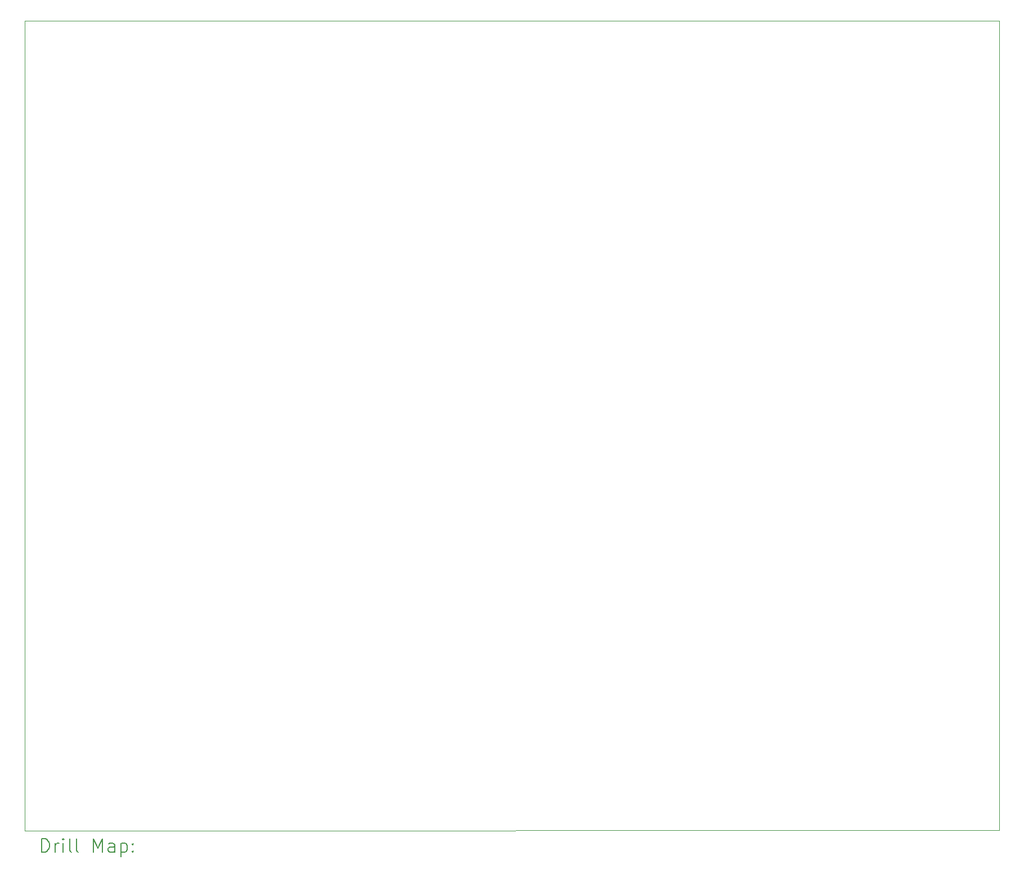
<source format=gbr>
%TF.GenerationSoftware,KiCad,Pcbnew,8.0.6*%
%TF.CreationDate,2025-01-19T09:59:38-08:00*%
%TF.ProjectId,DFboard2,4446626f-6172-4643-922e-6b696361645f,Rev0.1*%
%TF.SameCoordinates,Original*%
%TF.FileFunction,Drillmap*%
%TF.FilePolarity,Positive*%
%FSLAX45Y45*%
G04 Gerber Fmt 4.5, Leading zero omitted, Abs format (unit mm)*
G04 Created by KiCad (PCBNEW 8.0.6) date 2025-01-19 09:59:38*
%MOMM*%
%LPD*%
G01*
G04 APERTURE LIST*
%ADD10C,0.100000*%
%ADD11C,0.200000*%
G04 APERTURE END LIST*
D10*
X2120900Y-13500100D02*
X16789400Y-13487400D01*
X2120900Y-1308100D02*
X16789400Y-1308100D01*
X2120900Y-1308100D02*
X2120900Y-13500100D01*
X16789400Y-1308100D02*
X16789400Y-13487400D01*
D11*
X2376677Y-13816584D02*
X2376677Y-13616584D01*
X2376677Y-13616584D02*
X2424296Y-13616584D01*
X2424296Y-13616584D02*
X2452867Y-13626108D01*
X2452867Y-13626108D02*
X2471915Y-13645155D01*
X2471915Y-13645155D02*
X2481439Y-13664203D01*
X2481439Y-13664203D02*
X2490963Y-13702298D01*
X2490963Y-13702298D02*
X2490963Y-13730869D01*
X2490963Y-13730869D02*
X2481439Y-13768965D01*
X2481439Y-13768965D02*
X2471915Y-13788012D01*
X2471915Y-13788012D02*
X2452867Y-13807060D01*
X2452867Y-13807060D02*
X2424296Y-13816584D01*
X2424296Y-13816584D02*
X2376677Y-13816584D01*
X2576677Y-13816584D02*
X2576677Y-13683250D01*
X2576677Y-13721346D02*
X2586201Y-13702298D01*
X2586201Y-13702298D02*
X2595724Y-13692774D01*
X2595724Y-13692774D02*
X2614772Y-13683250D01*
X2614772Y-13683250D02*
X2633820Y-13683250D01*
X2700486Y-13816584D02*
X2700486Y-13683250D01*
X2700486Y-13616584D02*
X2690963Y-13626108D01*
X2690963Y-13626108D02*
X2700486Y-13635631D01*
X2700486Y-13635631D02*
X2710010Y-13626108D01*
X2710010Y-13626108D02*
X2700486Y-13616584D01*
X2700486Y-13616584D02*
X2700486Y-13635631D01*
X2824296Y-13816584D02*
X2805248Y-13807060D01*
X2805248Y-13807060D02*
X2795724Y-13788012D01*
X2795724Y-13788012D02*
X2795724Y-13616584D01*
X2929058Y-13816584D02*
X2910010Y-13807060D01*
X2910010Y-13807060D02*
X2900486Y-13788012D01*
X2900486Y-13788012D02*
X2900486Y-13616584D01*
X3157629Y-13816584D02*
X3157629Y-13616584D01*
X3157629Y-13616584D02*
X3224296Y-13759441D01*
X3224296Y-13759441D02*
X3290962Y-13616584D01*
X3290962Y-13616584D02*
X3290962Y-13816584D01*
X3471915Y-13816584D02*
X3471915Y-13711822D01*
X3471915Y-13711822D02*
X3462391Y-13692774D01*
X3462391Y-13692774D02*
X3443343Y-13683250D01*
X3443343Y-13683250D02*
X3405248Y-13683250D01*
X3405248Y-13683250D02*
X3386201Y-13692774D01*
X3471915Y-13807060D02*
X3452867Y-13816584D01*
X3452867Y-13816584D02*
X3405248Y-13816584D01*
X3405248Y-13816584D02*
X3386201Y-13807060D01*
X3386201Y-13807060D02*
X3376677Y-13788012D01*
X3376677Y-13788012D02*
X3376677Y-13768965D01*
X3376677Y-13768965D02*
X3386201Y-13749917D01*
X3386201Y-13749917D02*
X3405248Y-13740393D01*
X3405248Y-13740393D02*
X3452867Y-13740393D01*
X3452867Y-13740393D02*
X3471915Y-13730869D01*
X3567153Y-13683250D02*
X3567153Y-13883250D01*
X3567153Y-13692774D02*
X3586201Y-13683250D01*
X3586201Y-13683250D02*
X3624296Y-13683250D01*
X3624296Y-13683250D02*
X3643343Y-13692774D01*
X3643343Y-13692774D02*
X3652867Y-13702298D01*
X3652867Y-13702298D02*
X3662391Y-13721346D01*
X3662391Y-13721346D02*
X3662391Y-13778488D01*
X3662391Y-13778488D02*
X3652867Y-13797536D01*
X3652867Y-13797536D02*
X3643343Y-13807060D01*
X3643343Y-13807060D02*
X3624296Y-13816584D01*
X3624296Y-13816584D02*
X3586201Y-13816584D01*
X3586201Y-13816584D02*
X3567153Y-13807060D01*
X3748105Y-13797536D02*
X3757629Y-13807060D01*
X3757629Y-13807060D02*
X3748105Y-13816584D01*
X3748105Y-13816584D02*
X3738582Y-13807060D01*
X3738582Y-13807060D02*
X3748105Y-13797536D01*
X3748105Y-13797536D02*
X3748105Y-13816584D01*
X3748105Y-13692774D02*
X3757629Y-13702298D01*
X3757629Y-13702298D02*
X3748105Y-13711822D01*
X3748105Y-13711822D02*
X3738582Y-13702298D01*
X3738582Y-13702298D02*
X3748105Y-13692774D01*
X3748105Y-13692774D02*
X3748105Y-13711822D01*
M02*

</source>
